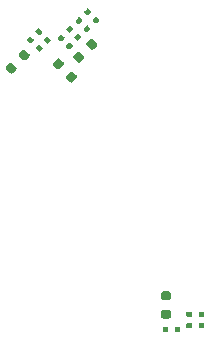
<source format=gbp>
%TF.GenerationSoftware,KiCad,Pcbnew,5.1.5-52549c5~84~ubuntu19.10.1*%
%TF.CreationDate,2019-12-19T07:38:22-05:00*%
%TF.ProjectId,bldc-controller,626c6463-2d63-46f6-9e74-726f6c6c6572,rev?*%
%TF.SameCoordinates,Original*%
%TF.FileFunction,Paste,Bot*%
%TF.FilePolarity,Positive*%
%FSLAX46Y46*%
G04 Gerber Fmt 4.6, Leading zero omitted, Abs format (unit mm)*
G04 Created by KiCad (PCBNEW 5.1.5-52549c5~84~ubuntu19.10.1) date 2019-12-19 07:38:22*
%MOMM*%
%LPD*%
G04 APERTURE LIST*
%ADD10C,0.100000*%
G04 APERTURE END LIST*
D10*
G36*
X40758037Y-120331379D02*
G01*
X40775573Y-120333980D01*
X40792770Y-120338288D01*
X40809462Y-120344260D01*
X40825488Y-120351840D01*
X40840694Y-120360954D01*
X40854933Y-120371515D01*
X40868069Y-120383420D01*
X41176580Y-120691931D01*
X41188485Y-120705067D01*
X41199046Y-120719306D01*
X41208160Y-120734512D01*
X41215740Y-120750538D01*
X41221712Y-120767230D01*
X41226020Y-120784427D01*
X41228621Y-120801963D01*
X41229491Y-120819670D01*
X41228621Y-120837377D01*
X41226020Y-120854913D01*
X41221712Y-120872110D01*
X41215740Y-120888802D01*
X41208160Y-120904828D01*
X41199046Y-120920034D01*
X41188485Y-120934273D01*
X41176580Y-120947409D01*
X40921103Y-121202886D01*
X40907967Y-121214791D01*
X40893728Y-121225352D01*
X40878522Y-121234466D01*
X40862496Y-121242046D01*
X40845804Y-121248018D01*
X40828607Y-121252326D01*
X40811071Y-121254927D01*
X40793364Y-121255797D01*
X40775657Y-121254927D01*
X40758121Y-121252326D01*
X40740924Y-121248018D01*
X40724232Y-121242046D01*
X40708206Y-121234466D01*
X40693000Y-121225352D01*
X40678761Y-121214791D01*
X40665625Y-121202886D01*
X40357114Y-120894375D01*
X40345209Y-120881239D01*
X40334648Y-120867000D01*
X40325534Y-120851794D01*
X40317954Y-120835768D01*
X40311982Y-120819076D01*
X40307674Y-120801879D01*
X40305073Y-120784343D01*
X40304203Y-120766636D01*
X40305073Y-120748929D01*
X40307674Y-120731393D01*
X40311982Y-120714196D01*
X40317954Y-120697504D01*
X40325534Y-120681478D01*
X40334648Y-120666272D01*
X40345209Y-120652033D01*
X40357114Y-120638897D01*
X40612591Y-120383420D01*
X40625727Y-120371515D01*
X40639966Y-120360954D01*
X40655172Y-120351840D01*
X40671198Y-120344260D01*
X40687890Y-120338288D01*
X40705087Y-120333980D01*
X40722623Y-120331379D01*
X40740330Y-120330509D01*
X40758037Y-120331379D01*
G37*
G36*
X39644343Y-121445073D02*
G01*
X39661879Y-121447674D01*
X39679076Y-121451982D01*
X39695768Y-121457954D01*
X39711794Y-121465534D01*
X39727000Y-121474648D01*
X39741239Y-121485209D01*
X39754375Y-121497114D01*
X40062886Y-121805625D01*
X40074791Y-121818761D01*
X40085352Y-121833000D01*
X40094466Y-121848206D01*
X40102046Y-121864232D01*
X40108018Y-121880924D01*
X40112326Y-121898121D01*
X40114927Y-121915657D01*
X40115797Y-121933364D01*
X40114927Y-121951071D01*
X40112326Y-121968607D01*
X40108018Y-121985804D01*
X40102046Y-122002496D01*
X40094466Y-122018522D01*
X40085352Y-122033728D01*
X40074791Y-122047967D01*
X40062886Y-122061103D01*
X39807409Y-122316580D01*
X39794273Y-122328485D01*
X39780034Y-122339046D01*
X39764828Y-122348160D01*
X39748802Y-122355740D01*
X39732110Y-122361712D01*
X39714913Y-122366020D01*
X39697377Y-122368621D01*
X39679670Y-122369491D01*
X39661963Y-122368621D01*
X39644427Y-122366020D01*
X39627230Y-122361712D01*
X39610538Y-122355740D01*
X39594512Y-122348160D01*
X39579306Y-122339046D01*
X39565067Y-122328485D01*
X39551931Y-122316580D01*
X39243420Y-122008069D01*
X39231515Y-121994933D01*
X39220954Y-121980694D01*
X39211840Y-121965488D01*
X39204260Y-121949462D01*
X39198288Y-121932770D01*
X39193980Y-121915573D01*
X39191379Y-121898037D01*
X39190509Y-121880330D01*
X39191379Y-121862623D01*
X39193980Y-121845087D01*
X39198288Y-121827890D01*
X39204260Y-121811198D01*
X39211840Y-121795172D01*
X39220954Y-121779966D01*
X39231515Y-121765727D01*
X39243420Y-121752591D01*
X39498897Y-121497114D01*
X39512033Y-121485209D01*
X39526272Y-121474648D01*
X39541478Y-121465534D01*
X39557504Y-121457954D01*
X39574196Y-121451982D01*
X39591393Y-121447674D01*
X39608929Y-121445073D01*
X39626636Y-121444203D01*
X39644343Y-121445073D01*
G37*
G36*
X50205123Y-143446727D02*
G01*
X50215743Y-143448302D01*
X50226157Y-143450911D01*
X50236266Y-143454528D01*
X50245971Y-143459118D01*
X50255179Y-143464637D01*
X50263803Y-143471033D01*
X50271757Y-143478243D01*
X50278967Y-143486197D01*
X50285363Y-143494821D01*
X50290882Y-143504029D01*
X50295472Y-143513734D01*
X50299089Y-143523843D01*
X50301698Y-143534257D01*
X50303273Y-143544877D01*
X50303800Y-143555600D01*
X50303800Y-143774400D01*
X50303273Y-143785123D01*
X50301698Y-143795743D01*
X50299089Y-143806157D01*
X50295472Y-143816266D01*
X50290882Y-143825971D01*
X50285363Y-143835179D01*
X50278967Y-143843803D01*
X50271757Y-143851757D01*
X50263803Y-143858967D01*
X50255179Y-143865363D01*
X50245971Y-143870882D01*
X50236266Y-143875472D01*
X50226157Y-143879089D01*
X50215743Y-143881698D01*
X50205123Y-143883273D01*
X50194400Y-143883800D01*
X49925600Y-143883800D01*
X49914877Y-143883273D01*
X49904257Y-143881698D01*
X49893843Y-143879089D01*
X49883734Y-143875472D01*
X49874029Y-143870882D01*
X49864821Y-143865363D01*
X49856197Y-143858967D01*
X49848243Y-143851757D01*
X49841033Y-143843803D01*
X49834637Y-143835179D01*
X49829118Y-143825971D01*
X49824528Y-143816266D01*
X49820911Y-143806157D01*
X49818302Y-143795743D01*
X49816727Y-143785123D01*
X49816200Y-143774400D01*
X49816200Y-143555600D01*
X49816727Y-143544877D01*
X49818302Y-143534257D01*
X49820911Y-143523843D01*
X49824528Y-143513734D01*
X49829118Y-143504029D01*
X49834637Y-143494821D01*
X49841033Y-143486197D01*
X49848243Y-143478243D01*
X49856197Y-143471033D01*
X49864821Y-143464637D01*
X49874029Y-143459118D01*
X49883734Y-143454528D01*
X49893843Y-143450911D01*
X49904257Y-143448302D01*
X49914877Y-143446727D01*
X49925600Y-143446200D01*
X50194400Y-143446200D01*
X50205123Y-143446727D01*
G37*
G36*
X50205123Y-144416727D02*
G01*
X50215743Y-144418302D01*
X50226157Y-144420911D01*
X50236266Y-144424528D01*
X50245971Y-144429118D01*
X50255179Y-144434637D01*
X50263803Y-144441033D01*
X50271757Y-144448243D01*
X50278967Y-144456197D01*
X50285363Y-144464821D01*
X50290882Y-144474029D01*
X50295472Y-144483734D01*
X50299089Y-144493843D01*
X50301698Y-144504257D01*
X50303273Y-144514877D01*
X50303800Y-144525600D01*
X50303800Y-144744400D01*
X50303273Y-144755123D01*
X50301698Y-144765743D01*
X50299089Y-144776157D01*
X50295472Y-144786266D01*
X50290882Y-144795971D01*
X50285363Y-144805179D01*
X50278967Y-144813803D01*
X50271757Y-144821757D01*
X50263803Y-144828967D01*
X50255179Y-144835363D01*
X50245971Y-144840882D01*
X50236266Y-144845472D01*
X50226157Y-144849089D01*
X50215743Y-144851698D01*
X50205123Y-144853273D01*
X50194400Y-144853800D01*
X49925600Y-144853800D01*
X49914877Y-144853273D01*
X49904257Y-144851698D01*
X49893843Y-144849089D01*
X49883734Y-144845472D01*
X49874029Y-144840882D01*
X49864821Y-144835363D01*
X49856197Y-144828967D01*
X49848243Y-144821757D01*
X49841033Y-144813803D01*
X49834637Y-144805179D01*
X49829118Y-144795971D01*
X49824528Y-144786266D01*
X49820911Y-144776157D01*
X49818302Y-144765743D01*
X49816727Y-144755123D01*
X49816200Y-144744400D01*
X49816200Y-144525600D01*
X49816727Y-144514877D01*
X49818302Y-144504257D01*
X49820911Y-144493843D01*
X49824528Y-144483734D01*
X49829118Y-144474029D01*
X49834637Y-144464821D01*
X49841033Y-144456197D01*
X49848243Y-144448243D01*
X49856197Y-144441033D01*
X49864821Y-144434637D01*
X49874029Y-144429118D01*
X49883734Y-144424528D01*
X49893843Y-144420911D01*
X49904257Y-144418302D01*
X49914877Y-144416727D01*
X49925600Y-144416200D01*
X50194400Y-144416200D01*
X50205123Y-144416727D01*
G37*
G36*
X49145123Y-143446727D02*
G01*
X49155743Y-143448302D01*
X49166157Y-143450911D01*
X49176266Y-143454528D01*
X49185971Y-143459118D01*
X49195179Y-143464637D01*
X49203803Y-143471033D01*
X49211757Y-143478243D01*
X49218967Y-143486197D01*
X49225363Y-143494821D01*
X49230882Y-143504029D01*
X49235472Y-143513734D01*
X49239089Y-143523843D01*
X49241698Y-143534257D01*
X49243273Y-143544877D01*
X49243800Y-143555600D01*
X49243800Y-143774400D01*
X49243273Y-143785123D01*
X49241698Y-143795743D01*
X49239089Y-143806157D01*
X49235472Y-143816266D01*
X49230882Y-143825971D01*
X49225363Y-143835179D01*
X49218967Y-143843803D01*
X49211757Y-143851757D01*
X49203803Y-143858967D01*
X49195179Y-143865363D01*
X49185971Y-143870882D01*
X49176266Y-143875472D01*
X49166157Y-143879089D01*
X49155743Y-143881698D01*
X49145123Y-143883273D01*
X49134400Y-143883800D01*
X48865600Y-143883800D01*
X48854877Y-143883273D01*
X48844257Y-143881698D01*
X48833843Y-143879089D01*
X48823734Y-143875472D01*
X48814029Y-143870882D01*
X48804821Y-143865363D01*
X48796197Y-143858967D01*
X48788243Y-143851757D01*
X48781033Y-143843803D01*
X48774637Y-143835179D01*
X48769118Y-143825971D01*
X48764528Y-143816266D01*
X48760911Y-143806157D01*
X48758302Y-143795743D01*
X48756727Y-143785123D01*
X48756200Y-143774400D01*
X48756200Y-143555600D01*
X48756727Y-143544877D01*
X48758302Y-143534257D01*
X48760911Y-143523843D01*
X48764528Y-143513734D01*
X48769118Y-143504029D01*
X48774637Y-143494821D01*
X48781033Y-143486197D01*
X48788243Y-143478243D01*
X48796197Y-143471033D01*
X48804821Y-143464637D01*
X48814029Y-143459118D01*
X48823734Y-143454528D01*
X48833843Y-143450911D01*
X48844257Y-143448302D01*
X48854877Y-143446727D01*
X48865600Y-143446200D01*
X49134400Y-143446200D01*
X49145123Y-143446727D01*
G37*
G36*
X49145123Y-144416727D02*
G01*
X49155743Y-144418302D01*
X49166157Y-144420911D01*
X49176266Y-144424528D01*
X49185971Y-144429118D01*
X49195179Y-144434637D01*
X49203803Y-144441033D01*
X49211757Y-144448243D01*
X49218967Y-144456197D01*
X49225363Y-144464821D01*
X49230882Y-144474029D01*
X49235472Y-144483734D01*
X49239089Y-144493843D01*
X49241698Y-144504257D01*
X49243273Y-144514877D01*
X49243800Y-144525600D01*
X49243800Y-144744400D01*
X49243273Y-144755123D01*
X49241698Y-144765743D01*
X49239089Y-144776157D01*
X49235472Y-144786266D01*
X49230882Y-144795971D01*
X49225363Y-144805179D01*
X49218967Y-144813803D01*
X49211757Y-144821757D01*
X49203803Y-144828967D01*
X49195179Y-144835363D01*
X49185971Y-144840882D01*
X49176266Y-144845472D01*
X49166157Y-144849089D01*
X49155743Y-144851698D01*
X49145123Y-144853273D01*
X49134400Y-144853800D01*
X48865600Y-144853800D01*
X48854877Y-144853273D01*
X48844257Y-144851698D01*
X48833843Y-144849089D01*
X48823734Y-144845472D01*
X48814029Y-144840882D01*
X48804821Y-144835363D01*
X48796197Y-144828967D01*
X48788243Y-144821757D01*
X48781033Y-144813803D01*
X48774637Y-144805179D01*
X48769118Y-144795971D01*
X48764528Y-144786266D01*
X48760911Y-144776157D01*
X48758302Y-144765743D01*
X48756727Y-144755123D01*
X48756200Y-144744400D01*
X48756200Y-144525600D01*
X48756727Y-144514877D01*
X48758302Y-144504257D01*
X48760911Y-144493843D01*
X48764528Y-144483734D01*
X48769118Y-144474029D01*
X48774637Y-144464821D01*
X48781033Y-144456197D01*
X48788243Y-144448243D01*
X48796197Y-144441033D01*
X48804821Y-144434637D01*
X48814029Y-144429118D01*
X48823734Y-144424528D01*
X48833843Y-144420911D01*
X48844257Y-144418302D01*
X48854877Y-144416727D01*
X48865600Y-144416200D01*
X49134400Y-144416200D01*
X49145123Y-144416727D01*
G37*
G36*
X47145123Y-144706727D02*
G01*
X47155743Y-144708302D01*
X47166157Y-144710911D01*
X47176266Y-144714528D01*
X47185971Y-144719118D01*
X47195179Y-144724637D01*
X47203803Y-144731033D01*
X47211757Y-144738243D01*
X47218967Y-144746197D01*
X47225363Y-144754821D01*
X47230882Y-144764029D01*
X47235472Y-144773734D01*
X47239089Y-144783843D01*
X47241698Y-144794257D01*
X47243273Y-144804877D01*
X47243800Y-144815600D01*
X47243800Y-145084400D01*
X47243273Y-145095123D01*
X47241698Y-145105743D01*
X47239089Y-145116157D01*
X47235472Y-145126266D01*
X47230882Y-145135971D01*
X47225363Y-145145179D01*
X47218967Y-145153803D01*
X47211757Y-145161757D01*
X47203803Y-145168967D01*
X47195179Y-145175363D01*
X47185971Y-145180882D01*
X47176266Y-145185472D01*
X47166157Y-145189089D01*
X47155743Y-145191698D01*
X47145123Y-145193273D01*
X47134400Y-145193800D01*
X46915600Y-145193800D01*
X46904877Y-145193273D01*
X46894257Y-145191698D01*
X46883843Y-145189089D01*
X46873734Y-145185472D01*
X46864029Y-145180882D01*
X46854821Y-145175363D01*
X46846197Y-145168967D01*
X46838243Y-145161757D01*
X46831033Y-145153803D01*
X46824637Y-145145179D01*
X46819118Y-145135971D01*
X46814528Y-145126266D01*
X46810911Y-145116157D01*
X46808302Y-145105743D01*
X46806727Y-145095123D01*
X46806200Y-145084400D01*
X46806200Y-144815600D01*
X46806727Y-144804877D01*
X46808302Y-144794257D01*
X46810911Y-144783843D01*
X46814528Y-144773734D01*
X46819118Y-144764029D01*
X46824637Y-144754821D01*
X46831033Y-144746197D01*
X46838243Y-144738243D01*
X46846197Y-144731033D01*
X46854821Y-144724637D01*
X46864029Y-144719118D01*
X46873734Y-144714528D01*
X46883843Y-144710911D01*
X46894257Y-144708302D01*
X46904877Y-144706727D01*
X46915600Y-144706200D01*
X47134400Y-144706200D01*
X47145123Y-144706727D01*
G37*
G36*
X48115123Y-144706727D02*
G01*
X48125743Y-144708302D01*
X48136157Y-144710911D01*
X48146266Y-144714528D01*
X48155971Y-144719118D01*
X48165179Y-144724637D01*
X48173803Y-144731033D01*
X48181757Y-144738243D01*
X48188967Y-144746197D01*
X48195363Y-144754821D01*
X48200882Y-144764029D01*
X48205472Y-144773734D01*
X48209089Y-144783843D01*
X48211698Y-144794257D01*
X48213273Y-144804877D01*
X48213800Y-144815600D01*
X48213800Y-145084400D01*
X48213273Y-145095123D01*
X48211698Y-145105743D01*
X48209089Y-145116157D01*
X48205472Y-145126266D01*
X48200882Y-145135971D01*
X48195363Y-145145179D01*
X48188967Y-145153803D01*
X48181757Y-145161757D01*
X48173803Y-145168967D01*
X48165179Y-145175363D01*
X48155971Y-145180882D01*
X48146266Y-145185472D01*
X48136157Y-145189089D01*
X48125743Y-145191698D01*
X48115123Y-145193273D01*
X48104400Y-145193800D01*
X47885600Y-145193800D01*
X47874877Y-145193273D01*
X47864257Y-145191698D01*
X47853843Y-145189089D01*
X47843734Y-145185472D01*
X47834029Y-145180882D01*
X47824821Y-145175363D01*
X47816197Y-145168967D01*
X47808243Y-145161757D01*
X47801033Y-145153803D01*
X47794637Y-145145179D01*
X47789118Y-145135971D01*
X47784528Y-145126266D01*
X47780911Y-145116157D01*
X47778302Y-145105743D01*
X47776727Y-145095123D01*
X47776200Y-145084400D01*
X47776200Y-144815600D01*
X47776727Y-144804877D01*
X47778302Y-144794257D01*
X47780911Y-144783843D01*
X47784528Y-144773734D01*
X47789118Y-144764029D01*
X47794637Y-144754821D01*
X47801033Y-144746197D01*
X47808243Y-144738243D01*
X47816197Y-144731033D01*
X47824821Y-144724637D01*
X47834029Y-144719118D01*
X47843734Y-144714528D01*
X47853843Y-144710911D01*
X47864257Y-144708302D01*
X47874877Y-144706727D01*
X47885600Y-144706200D01*
X48104400Y-144706200D01*
X48115123Y-144706727D01*
G37*
G36*
X39695454Y-118525787D02*
G01*
X39706074Y-118527362D01*
X39716488Y-118529971D01*
X39726597Y-118533588D01*
X39736302Y-118538178D01*
X39745510Y-118543697D01*
X39754134Y-118550093D01*
X39762088Y-118557303D01*
X39916803Y-118712018D01*
X39924013Y-118719972D01*
X39930409Y-118728596D01*
X39935928Y-118737804D01*
X39940518Y-118747509D01*
X39944135Y-118757618D01*
X39946744Y-118768032D01*
X39948319Y-118778652D01*
X39948846Y-118789375D01*
X39948319Y-118800098D01*
X39946744Y-118810718D01*
X39944135Y-118821132D01*
X39940518Y-118831241D01*
X39935928Y-118840946D01*
X39930409Y-118850154D01*
X39924013Y-118858778D01*
X39916803Y-118866732D01*
X39726732Y-119056803D01*
X39718778Y-119064013D01*
X39710154Y-119070409D01*
X39700946Y-119075928D01*
X39691241Y-119080518D01*
X39681132Y-119084135D01*
X39670718Y-119086744D01*
X39660098Y-119088319D01*
X39649375Y-119088846D01*
X39638652Y-119088319D01*
X39628032Y-119086744D01*
X39617618Y-119084135D01*
X39607509Y-119080518D01*
X39597804Y-119075928D01*
X39588596Y-119070409D01*
X39579972Y-119064013D01*
X39572018Y-119056803D01*
X39417303Y-118902088D01*
X39410093Y-118894134D01*
X39403697Y-118885510D01*
X39398178Y-118876302D01*
X39393588Y-118866597D01*
X39389971Y-118856488D01*
X39387362Y-118846074D01*
X39385787Y-118835454D01*
X39385260Y-118824731D01*
X39385787Y-118814008D01*
X39387362Y-118803388D01*
X39389971Y-118792974D01*
X39393588Y-118782865D01*
X39398178Y-118773160D01*
X39403697Y-118763952D01*
X39410093Y-118755328D01*
X39417303Y-118747374D01*
X39607374Y-118557303D01*
X39615328Y-118550093D01*
X39623952Y-118543697D01*
X39633160Y-118538178D01*
X39642865Y-118533588D01*
X39652974Y-118529971D01*
X39663388Y-118527362D01*
X39674008Y-118525787D01*
X39684731Y-118525260D01*
X39695454Y-118525787D01*
G37*
G36*
X40381348Y-119211681D02*
G01*
X40391968Y-119213256D01*
X40402382Y-119215865D01*
X40412491Y-119219482D01*
X40422196Y-119224072D01*
X40431404Y-119229591D01*
X40440028Y-119235987D01*
X40447982Y-119243197D01*
X40602697Y-119397912D01*
X40609907Y-119405866D01*
X40616303Y-119414490D01*
X40621822Y-119423698D01*
X40626412Y-119433403D01*
X40630029Y-119443512D01*
X40632638Y-119453926D01*
X40634213Y-119464546D01*
X40634740Y-119475269D01*
X40634213Y-119485992D01*
X40632638Y-119496612D01*
X40630029Y-119507026D01*
X40626412Y-119517135D01*
X40621822Y-119526840D01*
X40616303Y-119536048D01*
X40609907Y-119544672D01*
X40602697Y-119552626D01*
X40412626Y-119742697D01*
X40404672Y-119749907D01*
X40396048Y-119756303D01*
X40386840Y-119761822D01*
X40377135Y-119766412D01*
X40367026Y-119770029D01*
X40356612Y-119772638D01*
X40345992Y-119774213D01*
X40335269Y-119774740D01*
X40324546Y-119774213D01*
X40313926Y-119772638D01*
X40303512Y-119770029D01*
X40293403Y-119766412D01*
X40283698Y-119761822D01*
X40274490Y-119756303D01*
X40265866Y-119749907D01*
X40257912Y-119742697D01*
X40103197Y-119587982D01*
X40095987Y-119580028D01*
X40089591Y-119571404D01*
X40084072Y-119562196D01*
X40079482Y-119552491D01*
X40075865Y-119542382D01*
X40073256Y-119531968D01*
X40071681Y-119521348D01*
X40071154Y-119510625D01*
X40071681Y-119499902D01*
X40073256Y-119489282D01*
X40075865Y-119478868D01*
X40079482Y-119468759D01*
X40084072Y-119459054D01*
X40089591Y-119449846D01*
X40095987Y-119441222D01*
X40103197Y-119433268D01*
X40293268Y-119243197D01*
X40301222Y-119235987D01*
X40309846Y-119229591D01*
X40319054Y-119224072D01*
X40328759Y-119219482D01*
X40338868Y-119215865D01*
X40349282Y-119213256D01*
X40359902Y-119211681D01*
X40370625Y-119211154D01*
X40381348Y-119211681D01*
G37*
G36*
X40452507Y-117772840D02*
G01*
X40463127Y-117774415D01*
X40473541Y-117777024D01*
X40483650Y-117780641D01*
X40493355Y-117785231D01*
X40502563Y-117790750D01*
X40511187Y-117797146D01*
X40519141Y-117804356D01*
X40673856Y-117959071D01*
X40681066Y-117967025D01*
X40687462Y-117975649D01*
X40692981Y-117984857D01*
X40697571Y-117994562D01*
X40701188Y-118004671D01*
X40703797Y-118015085D01*
X40705372Y-118025705D01*
X40705899Y-118036428D01*
X40705372Y-118047151D01*
X40703797Y-118057771D01*
X40701188Y-118068185D01*
X40697571Y-118078294D01*
X40692981Y-118087999D01*
X40687462Y-118097207D01*
X40681066Y-118105831D01*
X40673856Y-118113785D01*
X40483785Y-118303856D01*
X40475831Y-118311066D01*
X40467207Y-118317462D01*
X40457999Y-118322981D01*
X40448294Y-118327571D01*
X40438185Y-118331188D01*
X40427771Y-118333797D01*
X40417151Y-118335372D01*
X40406428Y-118335899D01*
X40395705Y-118335372D01*
X40385085Y-118333797D01*
X40374671Y-118331188D01*
X40364562Y-118327571D01*
X40354857Y-118322981D01*
X40345649Y-118317462D01*
X40337025Y-118311066D01*
X40329071Y-118303856D01*
X40174356Y-118149141D01*
X40167146Y-118141187D01*
X40160750Y-118132563D01*
X40155231Y-118123355D01*
X40150641Y-118113650D01*
X40147024Y-118103541D01*
X40144415Y-118093127D01*
X40142840Y-118082507D01*
X40142313Y-118071784D01*
X40142840Y-118061061D01*
X40144415Y-118050441D01*
X40147024Y-118040027D01*
X40150641Y-118029918D01*
X40155231Y-118020213D01*
X40160750Y-118011005D01*
X40167146Y-118002381D01*
X40174356Y-117994427D01*
X40364427Y-117804356D01*
X40372381Y-117797146D01*
X40381005Y-117790750D01*
X40390213Y-117785231D01*
X40399918Y-117780641D01*
X40410027Y-117777024D01*
X40420441Y-117774415D01*
X40431061Y-117772840D01*
X40441784Y-117772313D01*
X40452507Y-117772840D01*
G37*
G36*
X41138401Y-118458734D02*
G01*
X41149021Y-118460309D01*
X41159435Y-118462918D01*
X41169544Y-118466535D01*
X41179249Y-118471125D01*
X41188457Y-118476644D01*
X41197081Y-118483040D01*
X41205035Y-118490250D01*
X41359750Y-118644965D01*
X41366960Y-118652919D01*
X41373356Y-118661543D01*
X41378875Y-118670751D01*
X41383465Y-118680456D01*
X41387082Y-118690565D01*
X41389691Y-118700979D01*
X41391266Y-118711599D01*
X41391793Y-118722322D01*
X41391266Y-118733045D01*
X41389691Y-118743665D01*
X41387082Y-118754079D01*
X41383465Y-118764188D01*
X41378875Y-118773893D01*
X41373356Y-118783101D01*
X41366960Y-118791725D01*
X41359750Y-118799679D01*
X41169679Y-118989750D01*
X41161725Y-118996960D01*
X41153101Y-119003356D01*
X41143893Y-119008875D01*
X41134188Y-119013465D01*
X41124079Y-119017082D01*
X41113665Y-119019691D01*
X41103045Y-119021266D01*
X41092322Y-119021793D01*
X41081599Y-119021266D01*
X41070979Y-119019691D01*
X41060565Y-119017082D01*
X41050456Y-119013465D01*
X41040751Y-119008875D01*
X41031543Y-119003356D01*
X41022919Y-118996960D01*
X41014965Y-118989750D01*
X40860250Y-118835035D01*
X40853040Y-118827081D01*
X40846644Y-118818457D01*
X40841125Y-118809249D01*
X40836535Y-118799544D01*
X40832918Y-118789435D01*
X40830309Y-118779021D01*
X40828734Y-118768401D01*
X40828207Y-118757678D01*
X40828734Y-118746955D01*
X40830309Y-118736335D01*
X40832918Y-118725921D01*
X40836535Y-118715812D01*
X40841125Y-118706107D01*
X40846644Y-118696899D01*
X40853040Y-118688275D01*
X40860250Y-118680321D01*
X41050321Y-118490250D01*
X41058275Y-118483040D01*
X41066899Y-118476644D01*
X41076107Y-118471125D01*
X41085812Y-118466535D01*
X41095921Y-118462918D01*
X41106335Y-118460309D01*
X41116955Y-118458734D01*
X41127678Y-118458207D01*
X41138401Y-118458734D01*
G37*
G36*
X38215454Y-119995787D02*
G01*
X38226074Y-119997362D01*
X38236488Y-119999971D01*
X38246597Y-120003588D01*
X38256302Y-120008178D01*
X38265510Y-120013697D01*
X38274134Y-120020093D01*
X38282088Y-120027303D01*
X38436803Y-120182018D01*
X38444013Y-120189972D01*
X38450409Y-120198596D01*
X38455928Y-120207804D01*
X38460518Y-120217509D01*
X38464135Y-120227618D01*
X38466744Y-120238032D01*
X38468319Y-120248652D01*
X38468846Y-120259375D01*
X38468319Y-120270098D01*
X38466744Y-120280718D01*
X38464135Y-120291132D01*
X38460518Y-120301241D01*
X38455928Y-120310946D01*
X38450409Y-120320154D01*
X38444013Y-120328778D01*
X38436803Y-120336732D01*
X38246732Y-120526803D01*
X38238778Y-120534013D01*
X38230154Y-120540409D01*
X38220946Y-120545928D01*
X38211241Y-120550518D01*
X38201132Y-120554135D01*
X38190718Y-120556744D01*
X38180098Y-120558319D01*
X38169375Y-120558846D01*
X38158652Y-120558319D01*
X38148032Y-120556744D01*
X38137618Y-120554135D01*
X38127509Y-120550518D01*
X38117804Y-120545928D01*
X38108596Y-120540409D01*
X38099972Y-120534013D01*
X38092018Y-120526803D01*
X37937303Y-120372088D01*
X37930093Y-120364134D01*
X37923697Y-120355510D01*
X37918178Y-120346302D01*
X37913588Y-120336597D01*
X37909971Y-120326488D01*
X37907362Y-120316074D01*
X37905787Y-120305454D01*
X37905260Y-120294731D01*
X37905787Y-120284008D01*
X37907362Y-120273388D01*
X37909971Y-120262974D01*
X37913588Y-120252865D01*
X37918178Y-120243160D01*
X37923697Y-120233952D01*
X37930093Y-120225328D01*
X37937303Y-120217374D01*
X38127374Y-120027303D01*
X38135328Y-120020093D01*
X38143952Y-120013697D01*
X38153160Y-120008178D01*
X38162865Y-120003588D01*
X38172974Y-119999971D01*
X38183388Y-119997362D01*
X38194008Y-119995787D01*
X38204731Y-119995260D01*
X38215454Y-119995787D01*
G37*
G36*
X38901348Y-120681681D02*
G01*
X38911968Y-120683256D01*
X38922382Y-120685865D01*
X38932491Y-120689482D01*
X38942196Y-120694072D01*
X38951404Y-120699591D01*
X38960028Y-120705987D01*
X38967982Y-120713197D01*
X39122697Y-120867912D01*
X39129907Y-120875866D01*
X39136303Y-120884490D01*
X39141822Y-120893698D01*
X39146412Y-120903403D01*
X39150029Y-120913512D01*
X39152638Y-120923926D01*
X39154213Y-120934546D01*
X39154740Y-120945269D01*
X39154213Y-120955992D01*
X39152638Y-120966612D01*
X39150029Y-120977026D01*
X39146412Y-120987135D01*
X39141822Y-120996840D01*
X39136303Y-121006048D01*
X39129907Y-121014672D01*
X39122697Y-121022626D01*
X38932626Y-121212697D01*
X38924672Y-121219907D01*
X38916048Y-121226303D01*
X38906840Y-121231822D01*
X38897135Y-121236412D01*
X38887026Y-121240029D01*
X38876612Y-121242638D01*
X38865992Y-121244213D01*
X38855269Y-121244740D01*
X38844546Y-121244213D01*
X38833926Y-121242638D01*
X38823512Y-121240029D01*
X38813403Y-121236412D01*
X38803698Y-121231822D01*
X38794490Y-121226303D01*
X38785866Y-121219907D01*
X38777912Y-121212697D01*
X38623197Y-121057982D01*
X38615987Y-121050028D01*
X38609591Y-121041404D01*
X38604072Y-121032196D01*
X38599482Y-121022491D01*
X38595865Y-121012382D01*
X38593256Y-121001968D01*
X38591681Y-120991348D01*
X38591154Y-120980625D01*
X38591681Y-120969902D01*
X38593256Y-120959282D01*
X38595865Y-120948868D01*
X38599482Y-120938759D01*
X38604072Y-120929054D01*
X38609591Y-120919846D01*
X38615987Y-120911222D01*
X38623197Y-120903268D01*
X38813268Y-120713197D01*
X38821222Y-120705987D01*
X38829846Y-120699591D01*
X38839054Y-120694072D01*
X38848759Y-120689482D01*
X38858868Y-120685865D01*
X38869282Y-120683256D01*
X38879902Y-120681681D01*
X38890625Y-120681154D01*
X38901348Y-120681681D01*
G37*
G36*
X38925454Y-119255787D02*
G01*
X38936074Y-119257362D01*
X38946488Y-119259971D01*
X38956597Y-119263588D01*
X38966302Y-119268178D01*
X38975510Y-119273697D01*
X38984134Y-119280093D01*
X38992088Y-119287303D01*
X39146803Y-119442018D01*
X39154013Y-119449972D01*
X39160409Y-119458596D01*
X39165928Y-119467804D01*
X39170518Y-119477509D01*
X39174135Y-119487618D01*
X39176744Y-119498032D01*
X39178319Y-119508652D01*
X39178846Y-119519375D01*
X39178319Y-119530098D01*
X39176744Y-119540718D01*
X39174135Y-119551132D01*
X39170518Y-119561241D01*
X39165928Y-119570946D01*
X39160409Y-119580154D01*
X39154013Y-119588778D01*
X39146803Y-119596732D01*
X38956732Y-119786803D01*
X38948778Y-119794013D01*
X38940154Y-119800409D01*
X38930946Y-119805928D01*
X38921241Y-119810518D01*
X38911132Y-119814135D01*
X38900718Y-119816744D01*
X38890098Y-119818319D01*
X38879375Y-119818846D01*
X38868652Y-119818319D01*
X38858032Y-119816744D01*
X38847618Y-119814135D01*
X38837509Y-119810518D01*
X38827804Y-119805928D01*
X38818596Y-119800409D01*
X38809972Y-119794013D01*
X38802018Y-119786803D01*
X38647303Y-119632088D01*
X38640093Y-119624134D01*
X38633697Y-119615510D01*
X38628178Y-119606302D01*
X38623588Y-119596597D01*
X38619971Y-119586488D01*
X38617362Y-119576074D01*
X38615787Y-119565454D01*
X38615260Y-119554731D01*
X38615787Y-119544008D01*
X38617362Y-119533388D01*
X38619971Y-119522974D01*
X38623588Y-119512865D01*
X38628178Y-119503160D01*
X38633697Y-119493952D01*
X38640093Y-119485328D01*
X38647303Y-119477374D01*
X38837374Y-119287303D01*
X38845328Y-119280093D01*
X38853952Y-119273697D01*
X38863160Y-119268178D01*
X38872865Y-119263588D01*
X38882974Y-119259971D01*
X38893388Y-119257362D01*
X38904008Y-119255787D01*
X38914731Y-119255260D01*
X38925454Y-119255787D01*
G37*
G36*
X39611348Y-119941681D02*
G01*
X39621968Y-119943256D01*
X39632382Y-119945865D01*
X39642491Y-119949482D01*
X39652196Y-119954072D01*
X39661404Y-119959591D01*
X39670028Y-119965987D01*
X39677982Y-119973197D01*
X39832697Y-120127912D01*
X39839907Y-120135866D01*
X39846303Y-120144490D01*
X39851822Y-120153698D01*
X39856412Y-120163403D01*
X39860029Y-120173512D01*
X39862638Y-120183926D01*
X39864213Y-120194546D01*
X39864740Y-120205269D01*
X39864213Y-120215992D01*
X39862638Y-120226612D01*
X39860029Y-120237026D01*
X39856412Y-120247135D01*
X39851822Y-120256840D01*
X39846303Y-120266048D01*
X39839907Y-120274672D01*
X39832697Y-120282626D01*
X39642626Y-120472697D01*
X39634672Y-120479907D01*
X39626048Y-120486303D01*
X39616840Y-120491822D01*
X39607135Y-120496412D01*
X39597026Y-120500029D01*
X39586612Y-120502638D01*
X39575992Y-120504213D01*
X39565269Y-120504740D01*
X39554546Y-120504213D01*
X39543926Y-120502638D01*
X39533512Y-120500029D01*
X39523403Y-120496412D01*
X39513698Y-120491822D01*
X39504490Y-120486303D01*
X39495866Y-120479907D01*
X39487912Y-120472697D01*
X39333197Y-120317982D01*
X39325987Y-120310028D01*
X39319591Y-120301404D01*
X39314072Y-120292196D01*
X39309482Y-120282491D01*
X39305865Y-120272382D01*
X39303256Y-120261968D01*
X39301681Y-120251348D01*
X39301154Y-120240625D01*
X39301681Y-120229902D01*
X39303256Y-120219282D01*
X39305865Y-120208868D01*
X39309482Y-120198759D01*
X39314072Y-120189054D01*
X39319591Y-120179846D01*
X39325987Y-120171222D01*
X39333197Y-120163268D01*
X39523268Y-119973197D01*
X39531222Y-119965987D01*
X39539846Y-119959591D01*
X39549054Y-119954072D01*
X39558759Y-119949482D01*
X39568868Y-119945865D01*
X39579282Y-119943256D01*
X39589902Y-119941681D01*
X39600625Y-119941154D01*
X39611348Y-119941681D01*
G37*
G36*
X39107918Y-123121920D02*
G01*
X39125454Y-123124521D01*
X39142651Y-123128829D01*
X39159343Y-123134801D01*
X39175369Y-123142381D01*
X39190575Y-123151495D01*
X39204814Y-123162056D01*
X39217950Y-123173961D01*
X39473427Y-123429438D01*
X39485332Y-123442574D01*
X39495893Y-123456813D01*
X39505007Y-123472019D01*
X39512587Y-123488045D01*
X39518559Y-123504737D01*
X39522867Y-123521934D01*
X39525468Y-123539470D01*
X39526338Y-123557177D01*
X39525468Y-123574884D01*
X39522867Y-123592420D01*
X39518559Y-123609617D01*
X39512587Y-123626309D01*
X39505007Y-123642335D01*
X39495893Y-123657541D01*
X39485332Y-123671780D01*
X39473427Y-123684916D01*
X39164916Y-123993427D01*
X39151780Y-124005332D01*
X39137541Y-124015893D01*
X39122335Y-124025007D01*
X39106309Y-124032587D01*
X39089617Y-124038559D01*
X39072420Y-124042867D01*
X39054884Y-124045468D01*
X39037177Y-124046338D01*
X39019470Y-124045468D01*
X39001934Y-124042867D01*
X38984737Y-124038559D01*
X38968045Y-124032587D01*
X38952019Y-124025007D01*
X38936813Y-124015893D01*
X38922574Y-124005332D01*
X38909438Y-123993427D01*
X38653961Y-123737950D01*
X38642056Y-123724814D01*
X38631495Y-123710575D01*
X38622381Y-123695369D01*
X38614801Y-123679343D01*
X38608829Y-123662651D01*
X38604521Y-123645454D01*
X38601920Y-123627918D01*
X38601050Y-123610211D01*
X38601920Y-123592504D01*
X38604521Y-123574968D01*
X38608829Y-123557771D01*
X38614801Y-123541079D01*
X38622381Y-123525053D01*
X38631495Y-123509847D01*
X38642056Y-123495608D01*
X38653961Y-123482472D01*
X38962472Y-123173961D01*
X38975608Y-123162056D01*
X38989847Y-123151495D01*
X39005053Y-123142381D01*
X39021079Y-123134801D01*
X39037771Y-123128829D01*
X39054968Y-123124521D01*
X39072504Y-123121920D01*
X39090211Y-123121050D01*
X39107918Y-123121920D01*
G37*
G36*
X37994224Y-122008226D02*
G01*
X38011760Y-122010827D01*
X38028957Y-122015135D01*
X38045649Y-122021107D01*
X38061675Y-122028687D01*
X38076881Y-122037801D01*
X38091120Y-122048362D01*
X38104256Y-122060267D01*
X38359733Y-122315744D01*
X38371638Y-122328880D01*
X38382199Y-122343119D01*
X38391313Y-122358325D01*
X38398893Y-122374351D01*
X38404865Y-122391043D01*
X38409173Y-122408240D01*
X38411774Y-122425776D01*
X38412644Y-122443483D01*
X38411774Y-122461190D01*
X38409173Y-122478726D01*
X38404865Y-122495923D01*
X38398893Y-122512615D01*
X38391313Y-122528641D01*
X38382199Y-122543847D01*
X38371638Y-122558086D01*
X38359733Y-122571222D01*
X38051222Y-122879733D01*
X38038086Y-122891638D01*
X38023847Y-122902199D01*
X38008641Y-122911313D01*
X37992615Y-122918893D01*
X37975923Y-122924865D01*
X37958726Y-122929173D01*
X37941190Y-122931774D01*
X37923483Y-122932644D01*
X37905776Y-122931774D01*
X37888240Y-122929173D01*
X37871043Y-122924865D01*
X37854351Y-122918893D01*
X37838325Y-122911313D01*
X37823119Y-122902199D01*
X37808880Y-122891638D01*
X37795744Y-122879733D01*
X37540267Y-122624256D01*
X37528362Y-122611120D01*
X37517801Y-122596881D01*
X37508687Y-122581675D01*
X37501107Y-122565649D01*
X37495135Y-122548957D01*
X37490827Y-122531760D01*
X37488226Y-122514224D01*
X37487356Y-122496517D01*
X37488226Y-122478810D01*
X37490827Y-122461274D01*
X37495135Y-122444077D01*
X37501107Y-122427385D01*
X37508687Y-122411359D01*
X37517801Y-122396153D01*
X37528362Y-122381914D01*
X37540267Y-122368778D01*
X37848778Y-122060267D01*
X37861914Y-122048362D01*
X37876153Y-122037801D01*
X37891359Y-122028687D01*
X37907385Y-122021107D01*
X37924077Y-122015135D01*
X37941274Y-122010827D01*
X37958810Y-122008226D01*
X37976517Y-122007356D01*
X37994224Y-122008226D01*
G37*
G36*
X33924343Y-122365073D02*
G01*
X33941879Y-122367674D01*
X33959076Y-122371982D01*
X33975768Y-122377954D01*
X33991794Y-122385534D01*
X34007000Y-122394648D01*
X34021239Y-122405209D01*
X34034375Y-122417114D01*
X34342886Y-122725625D01*
X34354791Y-122738761D01*
X34365352Y-122753000D01*
X34374466Y-122768206D01*
X34382046Y-122784232D01*
X34388018Y-122800924D01*
X34392326Y-122818121D01*
X34394927Y-122835657D01*
X34395797Y-122853364D01*
X34394927Y-122871071D01*
X34392326Y-122888607D01*
X34388018Y-122905804D01*
X34382046Y-122922496D01*
X34374466Y-122938522D01*
X34365352Y-122953728D01*
X34354791Y-122967967D01*
X34342886Y-122981103D01*
X34087409Y-123236580D01*
X34074273Y-123248485D01*
X34060034Y-123259046D01*
X34044828Y-123268160D01*
X34028802Y-123275740D01*
X34012110Y-123281712D01*
X33994913Y-123286020D01*
X33977377Y-123288621D01*
X33959670Y-123289491D01*
X33941963Y-123288621D01*
X33924427Y-123286020D01*
X33907230Y-123281712D01*
X33890538Y-123275740D01*
X33874512Y-123268160D01*
X33859306Y-123259046D01*
X33845067Y-123248485D01*
X33831931Y-123236580D01*
X33523420Y-122928069D01*
X33511515Y-122914933D01*
X33500954Y-122900694D01*
X33491840Y-122885488D01*
X33484260Y-122869462D01*
X33478288Y-122852770D01*
X33473980Y-122835573D01*
X33471379Y-122818037D01*
X33470509Y-122800330D01*
X33471379Y-122782623D01*
X33473980Y-122765087D01*
X33478288Y-122747890D01*
X33484260Y-122731198D01*
X33491840Y-122715172D01*
X33500954Y-122699966D01*
X33511515Y-122685727D01*
X33523420Y-122672591D01*
X33778897Y-122417114D01*
X33792033Y-122405209D01*
X33806272Y-122394648D01*
X33821478Y-122385534D01*
X33837504Y-122377954D01*
X33854196Y-122371982D01*
X33871393Y-122367674D01*
X33888929Y-122365073D01*
X33906636Y-122364203D01*
X33924343Y-122365073D01*
G37*
G36*
X35038037Y-121251379D02*
G01*
X35055573Y-121253980D01*
X35072770Y-121258288D01*
X35089462Y-121264260D01*
X35105488Y-121271840D01*
X35120694Y-121280954D01*
X35134933Y-121291515D01*
X35148069Y-121303420D01*
X35456580Y-121611931D01*
X35468485Y-121625067D01*
X35479046Y-121639306D01*
X35488160Y-121654512D01*
X35495740Y-121670538D01*
X35501712Y-121687230D01*
X35506020Y-121704427D01*
X35508621Y-121721963D01*
X35509491Y-121739670D01*
X35508621Y-121757377D01*
X35506020Y-121774913D01*
X35501712Y-121792110D01*
X35495740Y-121808802D01*
X35488160Y-121824828D01*
X35479046Y-121840034D01*
X35468485Y-121854273D01*
X35456580Y-121867409D01*
X35201103Y-122122886D01*
X35187967Y-122134791D01*
X35173728Y-122145352D01*
X35158522Y-122154466D01*
X35142496Y-122162046D01*
X35125804Y-122168018D01*
X35108607Y-122172326D01*
X35091071Y-122174927D01*
X35073364Y-122175797D01*
X35055657Y-122174927D01*
X35038121Y-122172326D01*
X35020924Y-122168018D01*
X35004232Y-122162046D01*
X34988206Y-122154466D01*
X34973000Y-122145352D01*
X34958761Y-122134791D01*
X34945625Y-122122886D01*
X34637114Y-121814375D01*
X34625209Y-121801239D01*
X34614648Y-121787000D01*
X34605534Y-121771794D01*
X34597954Y-121755768D01*
X34591982Y-121739076D01*
X34587674Y-121721879D01*
X34585073Y-121704343D01*
X34584203Y-121686636D01*
X34585073Y-121668929D01*
X34587674Y-121651393D01*
X34591982Y-121634196D01*
X34597954Y-121617504D01*
X34605534Y-121601478D01*
X34614648Y-121586272D01*
X34625209Y-121572033D01*
X34637114Y-121558897D01*
X34892591Y-121303420D01*
X34905727Y-121291515D01*
X34919966Y-121280954D01*
X34935172Y-121271840D01*
X34951198Y-121264260D01*
X34967890Y-121258288D01*
X34985087Y-121253980D01*
X35002623Y-121251379D01*
X35020330Y-121250509D01*
X35038037Y-121251379D01*
G37*
G36*
X36255992Y-119465787D02*
G01*
X36266612Y-119467362D01*
X36277026Y-119469971D01*
X36287135Y-119473588D01*
X36296840Y-119478178D01*
X36306048Y-119483697D01*
X36314672Y-119490093D01*
X36322626Y-119497303D01*
X36512697Y-119687374D01*
X36519907Y-119695328D01*
X36526303Y-119703952D01*
X36531822Y-119713160D01*
X36536412Y-119722865D01*
X36540029Y-119732974D01*
X36542638Y-119743388D01*
X36544213Y-119754008D01*
X36544740Y-119764731D01*
X36544213Y-119775454D01*
X36542638Y-119786074D01*
X36540029Y-119796488D01*
X36536412Y-119806597D01*
X36531822Y-119816302D01*
X36526303Y-119825510D01*
X36519907Y-119834134D01*
X36512697Y-119842088D01*
X36357982Y-119996803D01*
X36350028Y-120004013D01*
X36341404Y-120010409D01*
X36332196Y-120015928D01*
X36322491Y-120020518D01*
X36312382Y-120024135D01*
X36301968Y-120026744D01*
X36291348Y-120028319D01*
X36280625Y-120028846D01*
X36269902Y-120028319D01*
X36259282Y-120026744D01*
X36248868Y-120024135D01*
X36238759Y-120020518D01*
X36229054Y-120015928D01*
X36219846Y-120010409D01*
X36211222Y-120004013D01*
X36203268Y-119996803D01*
X36013197Y-119806732D01*
X36005987Y-119798778D01*
X35999591Y-119790154D01*
X35994072Y-119780946D01*
X35989482Y-119771241D01*
X35985865Y-119761132D01*
X35983256Y-119750718D01*
X35981681Y-119740098D01*
X35981154Y-119729375D01*
X35981681Y-119718652D01*
X35983256Y-119708032D01*
X35985865Y-119697618D01*
X35989482Y-119687509D01*
X35994072Y-119677804D01*
X35999591Y-119668596D01*
X36005987Y-119659972D01*
X36013197Y-119652018D01*
X36167912Y-119497303D01*
X36175866Y-119490093D01*
X36184490Y-119483697D01*
X36193698Y-119478178D01*
X36203403Y-119473588D01*
X36213512Y-119469971D01*
X36223926Y-119467362D01*
X36234546Y-119465787D01*
X36245269Y-119465260D01*
X36255992Y-119465787D01*
G37*
G36*
X35570098Y-120151681D02*
G01*
X35580718Y-120153256D01*
X35591132Y-120155865D01*
X35601241Y-120159482D01*
X35610946Y-120164072D01*
X35620154Y-120169591D01*
X35628778Y-120175987D01*
X35636732Y-120183197D01*
X35826803Y-120373268D01*
X35834013Y-120381222D01*
X35840409Y-120389846D01*
X35845928Y-120399054D01*
X35850518Y-120408759D01*
X35854135Y-120418868D01*
X35856744Y-120429282D01*
X35858319Y-120439902D01*
X35858846Y-120450625D01*
X35858319Y-120461348D01*
X35856744Y-120471968D01*
X35854135Y-120482382D01*
X35850518Y-120492491D01*
X35845928Y-120502196D01*
X35840409Y-120511404D01*
X35834013Y-120520028D01*
X35826803Y-120527982D01*
X35672088Y-120682697D01*
X35664134Y-120689907D01*
X35655510Y-120696303D01*
X35646302Y-120701822D01*
X35636597Y-120706412D01*
X35626488Y-120710029D01*
X35616074Y-120712638D01*
X35605454Y-120714213D01*
X35594731Y-120714740D01*
X35584008Y-120714213D01*
X35573388Y-120712638D01*
X35562974Y-120710029D01*
X35552865Y-120706412D01*
X35543160Y-120701822D01*
X35533952Y-120696303D01*
X35525328Y-120689907D01*
X35517374Y-120682697D01*
X35327303Y-120492626D01*
X35320093Y-120484672D01*
X35313697Y-120476048D01*
X35308178Y-120466840D01*
X35303588Y-120457135D01*
X35299971Y-120447026D01*
X35297362Y-120436612D01*
X35295787Y-120425992D01*
X35295260Y-120415269D01*
X35295787Y-120404546D01*
X35297362Y-120393926D01*
X35299971Y-120383512D01*
X35303588Y-120373403D01*
X35308178Y-120363698D01*
X35313697Y-120354490D01*
X35320093Y-120345866D01*
X35327303Y-120337912D01*
X35482018Y-120183197D01*
X35489972Y-120175987D01*
X35498596Y-120169591D01*
X35507804Y-120164072D01*
X35517509Y-120159482D01*
X35527618Y-120155865D01*
X35538032Y-120153256D01*
X35548652Y-120151681D01*
X35559375Y-120151154D01*
X35570098Y-120151681D01*
G37*
G36*
X36995992Y-120195787D02*
G01*
X37006612Y-120197362D01*
X37017026Y-120199971D01*
X37027135Y-120203588D01*
X37036840Y-120208178D01*
X37046048Y-120213697D01*
X37054672Y-120220093D01*
X37062626Y-120227303D01*
X37252697Y-120417374D01*
X37259907Y-120425328D01*
X37266303Y-120433952D01*
X37271822Y-120443160D01*
X37276412Y-120452865D01*
X37280029Y-120462974D01*
X37282638Y-120473388D01*
X37284213Y-120484008D01*
X37284740Y-120494731D01*
X37284213Y-120505454D01*
X37282638Y-120516074D01*
X37280029Y-120526488D01*
X37276412Y-120536597D01*
X37271822Y-120546302D01*
X37266303Y-120555510D01*
X37259907Y-120564134D01*
X37252697Y-120572088D01*
X37097982Y-120726803D01*
X37090028Y-120734013D01*
X37081404Y-120740409D01*
X37072196Y-120745928D01*
X37062491Y-120750518D01*
X37052382Y-120754135D01*
X37041968Y-120756744D01*
X37031348Y-120758319D01*
X37020625Y-120758846D01*
X37009902Y-120758319D01*
X36999282Y-120756744D01*
X36988868Y-120754135D01*
X36978759Y-120750518D01*
X36969054Y-120745928D01*
X36959846Y-120740409D01*
X36951222Y-120734013D01*
X36943268Y-120726803D01*
X36753197Y-120536732D01*
X36745987Y-120528778D01*
X36739591Y-120520154D01*
X36734072Y-120510946D01*
X36729482Y-120501241D01*
X36725865Y-120491132D01*
X36723256Y-120480718D01*
X36721681Y-120470098D01*
X36721154Y-120459375D01*
X36721681Y-120448652D01*
X36723256Y-120438032D01*
X36725865Y-120427618D01*
X36729482Y-120417509D01*
X36734072Y-120407804D01*
X36739591Y-120398596D01*
X36745987Y-120389972D01*
X36753197Y-120382018D01*
X36907912Y-120227303D01*
X36915866Y-120220093D01*
X36924490Y-120213697D01*
X36933698Y-120208178D01*
X36943403Y-120203588D01*
X36953512Y-120199971D01*
X36963926Y-120197362D01*
X36974546Y-120195787D01*
X36985269Y-120195260D01*
X36995992Y-120195787D01*
G37*
G36*
X36310098Y-120881681D02*
G01*
X36320718Y-120883256D01*
X36331132Y-120885865D01*
X36341241Y-120889482D01*
X36350946Y-120894072D01*
X36360154Y-120899591D01*
X36368778Y-120905987D01*
X36376732Y-120913197D01*
X36566803Y-121103268D01*
X36574013Y-121111222D01*
X36580409Y-121119846D01*
X36585928Y-121129054D01*
X36590518Y-121138759D01*
X36594135Y-121148868D01*
X36596744Y-121159282D01*
X36598319Y-121169902D01*
X36598846Y-121180625D01*
X36598319Y-121191348D01*
X36596744Y-121201968D01*
X36594135Y-121212382D01*
X36590518Y-121222491D01*
X36585928Y-121232196D01*
X36580409Y-121241404D01*
X36574013Y-121250028D01*
X36566803Y-121257982D01*
X36412088Y-121412697D01*
X36404134Y-121419907D01*
X36395510Y-121426303D01*
X36386302Y-121431822D01*
X36376597Y-121436412D01*
X36366488Y-121440029D01*
X36356074Y-121442638D01*
X36345454Y-121444213D01*
X36334731Y-121444740D01*
X36324008Y-121444213D01*
X36313388Y-121442638D01*
X36302974Y-121440029D01*
X36292865Y-121436412D01*
X36283160Y-121431822D01*
X36273952Y-121426303D01*
X36265328Y-121419907D01*
X36257374Y-121412697D01*
X36067303Y-121222626D01*
X36060093Y-121214672D01*
X36053697Y-121206048D01*
X36048178Y-121196840D01*
X36043588Y-121187135D01*
X36039971Y-121177026D01*
X36037362Y-121166612D01*
X36035787Y-121155992D01*
X36035260Y-121145269D01*
X36035787Y-121134546D01*
X36037362Y-121123926D01*
X36039971Y-121113512D01*
X36043588Y-121103403D01*
X36048178Y-121093698D01*
X36053697Y-121084490D01*
X36060093Y-121075866D01*
X36067303Y-121067912D01*
X36222018Y-120913197D01*
X36229972Y-120905987D01*
X36238596Y-120899591D01*
X36247804Y-120894072D01*
X36257509Y-120889482D01*
X36267618Y-120885865D01*
X36278032Y-120883256D01*
X36288652Y-120881681D01*
X36299375Y-120881154D01*
X36310098Y-120881681D01*
G37*
G36*
X47285857Y-141742070D02*
G01*
X47303393Y-141744671D01*
X47320590Y-141748979D01*
X47337282Y-141754951D01*
X47353308Y-141762531D01*
X47368514Y-141771645D01*
X47382753Y-141782206D01*
X47395889Y-141794111D01*
X47407794Y-141807247D01*
X47418355Y-141821486D01*
X47427469Y-141836692D01*
X47435049Y-141852718D01*
X47441021Y-141869410D01*
X47445329Y-141886607D01*
X47447930Y-141904143D01*
X47448800Y-141921850D01*
X47448800Y-142283150D01*
X47447930Y-142300857D01*
X47445329Y-142318393D01*
X47441021Y-142335590D01*
X47435049Y-142352282D01*
X47427469Y-142368308D01*
X47418355Y-142383514D01*
X47407794Y-142397753D01*
X47395889Y-142410889D01*
X47382753Y-142422794D01*
X47368514Y-142433355D01*
X47353308Y-142442469D01*
X47337282Y-142450049D01*
X47320590Y-142456021D01*
X47303393Y-142460329D01*
X47285857Y-142462930D01*
X47268150Y-142463800D01*
X46831850Y-142463800D01*
X46814143Y-142462930D01*
X46796607Y-142460329D01*
X46779410Y-142456021D01*
X46762718Y-142450049D01*
X46746692Y-142442469D01*
X46731486Y-142433355D01*
X46717247Y-142422794D01*
X46704111Y-142410889D01*
X46692206Y-142397753D01*
X46681645Y-142383514D01*
X46672531Y-142368308D01*
X46664951Y-142352282D01*
X46658979Y-142335590D01*
X46654671Y-142318393D01*
X46652070Y-142300857D01*
X46651200Y-142283150D01*
X46651200Y-141921850D01*
X46652070Y-141904143D01*
X46654671Y-141886607D01*
X46658979Y-141869410D01*
X46664951Y-141852718D01*
X46672531Y-141836692D01*
X46681645Y-141821486D01*
X46692206Y-141807247D01*
X46704111Y-141794111D01*
X46717247Y-141782206D01*
X46731486Y-141771645D01*
X46746692Y-141762531D01*
X46762718Y-141754951D01*
X46779410Y-141748979D01*
X46796607Y-141744671D01*
X46814143Y-141742070D01*
X46831850Y-141741200D01*
X47268150Y-141741200D01*
X47285857Y-141742070D01*
G37*
G36*
X47285857Y-143317070D02*
G01*
X47303393Y-143319671D01*
X47320590Y-143323979D01*
X47337282Y-143329951D01*
X47353308Y-143337531D01*
X47368514Y-143346645D01*
X47382753Y-143357206D01*
X47395889Y-143369111D01*
X47407794Y-143382247D01*
X47418355Y-143396486D01*
X47427469Y-143411692D01*
X47435049Y-143427718D01*
X47441021Y-143444410D01*
X47445329Y-143461607D01*
X47447930Y-143479143D01*
X47448800Y-143496850D01*
X47448800Y-143858150D01*
X47447930Y-143875857D01*
X47445329Y-143893393D01*
X47441021Y-143910590D01*
X47435049Y-143927282D01*
X47427469Y-143943308D01*
X47418355Y-143958514D01*
X47407794Y-143972753D01*
X47395889Y-143985889D01*
X47382753Y-143997794D01*
X47368514Y-144008355D01*
X47353308Y-144017469D01*
X47337282Y-144025049D01*
X47320590Y-144031021D01*
X47303393Y-144035329D01*
X47285857Y-144037930D01*
X47268150Y-144038800D01*
X46831850Y-144038800D01*
X46814143Y-144037930D01*
X46796607Y-144035329D01*
X46779410Y-144031021D01*
X46762718Y-144025049D01*
X46746692Y-144017469D01*
X46731486Y-144008355D01*
X46717247Y-143997794D01*
X46704111Y-143985889D01*
X46692206Y-143972753D01*
X46681645Y-143958514D01*
X46672531Y-143943308D01*
X46664951Y-143927282D01*
X46658979Y-143910590D01*
X46654671Y-143893393D01*
X46652070Y-143875857D01*
X46651200Y-143858150D01*
X46651200Y-143496850D01*
X46652070Y-143479143D01*
X46654671Y-143461607D01*
X46658979Y-143444410D01*
X46664951Y-143427718D01*
X46672531Y-143411692D01*
X46681645Y-143396486D01*
X46692206Y-143382247D01*
X46704111Y-143369111D01*
X46717247Y-143357206D01*
X46731486Y-143346645D01*
X46746692Y-143337531D01*
X46762718Y-143329951D01*
X46779410Y-143323979D01*
X46796607Y-143319671D01*
X46814143Y-143317070D01*
X46831850Y-143316200D01*
X47268150Y-143316200D01*
X47285857Y-143317070D01*
G37*
M02*

</source>
